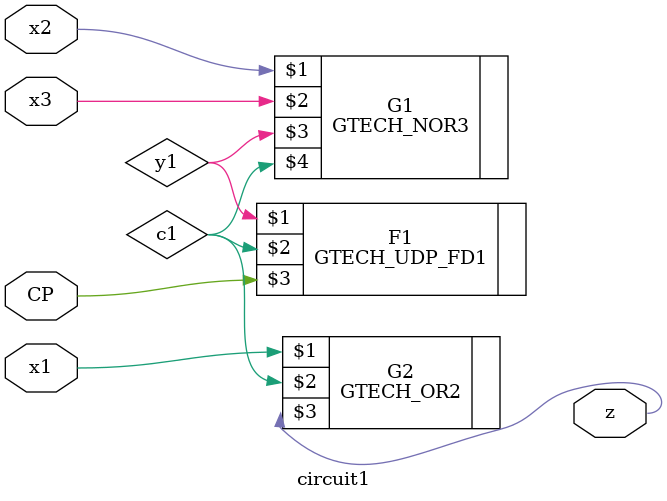
<source format=v>

`include "gtech_lib.v"
module circuit1(x1,x2,x3,CP,z);
input x1,x2,x3,CP;
output z;
wire c1,y1;


GTECH_NOR3 G1 (x2,x3,y1,c1);
GTECH_UDP_FD1 F1 (y1,c1,CP);  // CP - clk aka clock pulse
//primitive GTECH_UDP_FD1  (Q, D, CP);
GTECH_OR2 G2 (x1,c1,z);


endmodule
</source>
